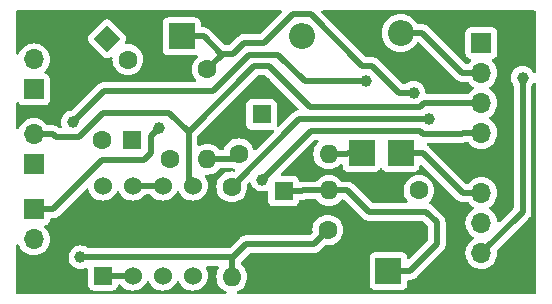
<source format=gtl>
G04 #@! TF.GenerationSoftware,KiCad,Pcbnew,7.0.10-7.0.10~ubuntu20.04.1*
G04 #@! TF.CreationDate,2024-06-13T14:37:24-03:00*
G04 #@! TF.ProjectId,Condicionamento_compacto_V01a,436f6e64-6963-4696-9f6e-616d656e746f,rev?*
G04 #@! TF.SameCoordinates,Original*
G04 #@! TF.FileFunction,Copper,L1,Top*
G04 #@! TF.FilePolarity,Positive*
%FSLAX46Y46*%
G04 Gerber Fmt 4.6, Leading zero omitted, Abs format (unit mm)*
G04 Created by KiCad (PCBNEW 7.0.10-7.0.10~ubuntu20.04.1) date 2024-06-13 14:37:24*
%MOMM*%
%LPD*%
G01*
G04 APERTURE LIST*
G04 Aperture macros list*
%AMRotRect*
0 Rectangle, with rotation*
0 The origin of the aperture is its center*
0 $1 length*
0 $2 width*
0 $3 Rotation angle, in degrees counterclockwise*
0 Add horizontal line*
21,1,$1,$2,0,0,$3*%
G04 Aperture macros list end*
G04 #@! TA.AperFunction,ComponentPad*
%ADD10R,1.700000X1.700000*%
G04 #@! TD*
G04 #@! TA.AperFunction,ComponentPad*
%ADD11O,1.700000X1.700000*%
G04 #@! TD*
G04 #@! TA.AperFunction,ComponentPad*
%ADD12R,1.600000X1.600000*%
G04 #@! TD*
G04 #@! TA.AperFunction,ComponentPad*
%ADD13C,1.600000*%
G04 #@! TD*
G04 #@! TA.AperFunction,ComponentPad*
%ADD14O,1.600000X1.600000*%
G04 #@! TD*
G04 #@! TA.AperFunction,ComponentPad*
%ADD15R,1.524000X1.524000*%
G04 #@! TD*
G04 #@! TA.AperFunction,ComponentPad*
%ADD16C,1.524000*%
G04 #@! TD*
G04 #@! TA.AperFunction,ComponentPad*
%ADD17R,2.200000X2.200000*%
G04 #@! TD*
G04 #@! TA.AperFunction,ComponentPad*
%ADD18O,2.200000X2.200000*%
G04 #@! TD*
G04 #@! TA.AperFunction,ComponentPad*
%ADD19RotRect,1.600000X1.600000X315.000000*%
G04 #@! TD*
G04 #@! TA.AperFunction,ViaPad*
%ADD20C,1.000000*%
G04 #@! TD*
G04 #@! TA.AperFunction,Conductor*
%ADD21C,0.500000*%
G04 #@! TD*
G04 APERTURE END LIST*
D10*
X124100000Y-98625000D03*
D11*
X124100000Y-96085000D03*
D12*
X132400000Y-96550000D03*
D13*
X129900000Y-96550000D03*
X135600000Y-98200000D03*
D14*
X135600000Y-90580000D03*
D10*
X124100000Y-102450000D03*
D11*
X124100000Y-104990000D03*
X124100000Y-107530000D03*
D13*
X156710000Y-100850000D03*
D14*
X149090000Y-100850000D03*
D10*
X124105000Y-92300000D03*
D11*
X124105000Y-89760000D03*
X124105000Y-87220000D03*
D15*
X129945100Y-108060000D03*
D16*
X132485100Y-108060000D03*
X135025100Y-108060000D03*
X137565100Y-108060000D03*
X137565100Y-100440000D03*
X135025100Y-100440000D03*
X132485100Y-100440000D03*
X129945100Y-100440000D03*
D17*
X154130000Y-107650000D03*
D18*
X143970000Y-107650000D03*
D12*
X143400000Y-94400000D03*
D13*
X143400000Y-91900000D03*
D17*
X151850000Y-97680000D03*
D18*
X151850000Y-87520000D03*
D12*
X145250000Y-100900000D03*
D13*
X145250000Y-103400000D03*
D17*
X136620000Y-87800000D03*
D18*
X146780000Y-87800000D03*
D13*
X140855100Y-100540000D03*
D14*
X140855100Y-108160000D03*
D13*
X141450000Y-97750000D03*
D14*
X149070000Y-97750000D03*
D13*
X138800000Y-90590000D03*
D14*
X138800000Y-98210000D03*
D10*
X162000000Y-88360000D03*
D11*
X162000000Y-90900000D03*
X162000000Y-93440000D03*
X162000000Y-95980000D03*
X162000000Y-98520000D03*
X162000000Y-101060000D03*
X162000000Y-103600000D03*
X162000000Y-106140000D03*
D19*
X130300000Y-88000000D03*
D13*
X132067767Y-89767767D03*
D17*
X155150000Y-97680000D03*
D18*
X155150000Y-87520000D03*
D13*
X148990000Y-104200000D03*
D14*
X156610000Y-104200000D03*
D20*
X157680500Y-91248700D03*
X128044600Y-106513500D03*
X134741600Y-95525700D03*
X156249200Y-92562600D03*
X157571800Y-94806800D03*
X143447900Y-99928100D03*
X127406000Y-95072600D03*
X152207600Y-91562200D03*
X165481300Y-91300000D03*
D21*
X155981900Y-107650000D02*
X158214800Y-105417100D01*
X152440000Y-102648100D02*
X150641900Y-100850000D01*
X146851900Y-100850000D02*
X149090000Y-100850000D01*
X158214800Y-103556200D02*
X157306700Y-102648100D01*
X146801900Y-100900000D02*
X146851900Y-100850000D01*
X149090000Y-100850000D02*
X150641900Y-100850000D01*
X157306700Y-102648100D02*
X152440000Y-102648100D01*
X155150000Y-87520000D02*
X157001900Y-87520000D01*
X158214800Y-105417100D02*
X158214800Y-103556200D01*
X162000000Y-90900000D02*
X160398100Y-90900000D01*
X145250000Y-100900000D02*
X146801900Y-100900000D01*
X160381900Y-90900000D02*
X160398100Y-90900000D01*
X154130000Y-107650000D02*
X155981900Y-107650000D01*
X157001900Y-87520000D02*
X160381900Y-90900000D01*
X147804500Y-107650000D02*
X150541900Y-104912600D01*
X155058100Y-104200000D02*
X150541900Y-104200000D01*
X150541900Y-104912600D02*
X150541900Y-104200000D01*
X125701900Y-107530000D02*
X125701900Y-107085700D01*
X146001900Y-102648100D02*
X145250000Y-103400000D01*
X149669000Y-102648100D02*
X146001900Y-102648100D01*
X143970000Y-107650000D02*
X147804500Y-107650000D01*
X155578700Y-91248700D02*
X151850000Y-87520000D01*
X156610000Y-104200000D02*
X155058100Y-104200000D01*
X150541900Y-104200000D02*
X150541900Y-103521000D01*
X135600000Y-90580000D02*
X134048100Y-90580000D01*
X125701900Y-107085700D02*
X129387600Y-103400000D01*
X157680500Y-91248700D02*
X155578700Y-91248700D01*
X150541900Y-103521000D02*
X149669000Y-102648100D01*
X124105000Y-87220000D02*
X125706900Y-87220000D01*
X134048100Y-90580000D02*
X133301600Y-91326500D01*
X129813400Y-91326500D02*
X125706900Y-87220000D01*
X129387600Y-103400000D02*
X145250000Y-103400000D01*
X133301600Y-91326500D02*
X129813400Y-91326500D01*
X124100000Y-107530000D02*
X125701900Y-107530000D01*
X128044600Y-106513500D02*
X140760500Y-106513500D01*
X142059400Y-105403800D02*
X147786200Y-105403800D01*
X147786200Y-105403800D02*
X148990000Y-104200000D01*
X140855100Y-108160000D02*
X140855100Y-106608100D01*
X140760500Y-106513500D02*
X140855100Y-106608100D01*
X140855100Y-106608100D02*
X142059400Y-105403800D01*
X133395600Y-98262000D02*
X129889900Y-98262000D01*
X129889900Y-98262000D02*
X125701900Y-102450000D01*
X129945100Y-108060000D02*
X132485100Y-108060000D01*
X134020700Y-97636900D02*
X133395600Y-98262000D01*
X134741600Y-95525700D02*
X134020700Y-96246600D01*
X134020700Y-96246600D02*
X134020700Y-97636900D01*
X124100000Y-102450000D02*
X125701900Y-102450000D01*
X140990000Y-98210000D02*
X141450000Y-97750000D01*
X138800000Y-98210000D02*
X140990000Y-98210000D01*
X135025100Y-100440000D02*
X132485100Y-100440000D01*
X149070000Y-97750000D02*
X150621900Y-97750000D01*
X151850000Y-97680000D02*
X150691900Y-97680000D01*
X150691900Y-97680000D02*
X150621900Y-97750000D01*
X140122200Y-89267800D02*
X140031000Y-89359000D01*
X140031000Y-89359000D02*
X138471900Y-87800000D01*
X143616800Y-88344300D02*
X141927100Y-88344300D01*
X152726300Y-90310300D02*
X152578000Y-90310300D01*
X156249200Y-92562600D02*
X154978600Y-92562600D01*
X160398100Y-101060000D02*
X157018100Y-97680000D01*
X138800000Y-90590000D02*
X140031000Y-89359000D01*
X136620000Y-87800000D02*
X138471900Y-87800000D01*
X152578000Y-90310300D02*
X152537400Y-90269700D01*
X141927100Y-88344300D02*
X141003600Y-89267800D01*
X157571800Y-94806800D02*
X157562100Y-94816500D01*
X154978600Y-92562600D02*
X152726300Y-90310300D01*
X141003600Y-89267800D02*
X140122200Y-89267800D01*
X151868600Y-90269700D02*
X147547000Y-85948100D01*
X146578600Y-94816500D02*
X140855100Y-100540000D01*
X152537400Y-90269700D02*
X151868600Y-90269700D01*
X147547000Y-85948100D02*
X146013000Y-85948100D01*
X157018100Y-97680000D02*
X155150000Y-97680000D01*
X157562100Y-94816500D02*
X146578600Y-94816500D01*
X146013000Y-85948100D02*
X143616800Y-88344300D01*
X162000000Y-101060000D02*
X160398100Y-101060000D01*
X147509300Y-93814600D02*
X144042800Y-90348100D01*
X137200000Y-95905400D02*
X135555300Y-94260700D01*
X144042800Y-90348100D02*
X142757300Y-90348100D01*
X127924600Y-96324500D02*
X125941400Y-96324500D01*
X162000000Y-93440000D02*
X160398100Y-93440000D01*
X135555300Y-94260700D02*
X129988400Y-94260700D01*
X137200000Y-100074900D02*
X137565100Y-100440000D01*
X129988400Y-94260700D02*
X127924600Y-96324500D01*
X125941400Y-96324500D02*
X125701900Y-96085000D01*
X156793500Y-93814600D02*
X147509300Y-93814600D01*
X142757300Y-90348100D02*
X137200000Y-95905400D01*
X157168100Y-93440000D02*
X156793500Y-93814600D01*
X137200000Y-95905400D02*
X137200000Y-100074900D01*
X124100000Y-96085000D02*
X125701900Y-96085000D01*
X160398100Y-93440000D02*
X157168100Y-93440000D01*
X156814500Y-95820000D02*
X157053200Y-96058700D01*
X162000000Y-95980000D02*
X160398100Y-95980000D01*
X160319400Y-96058700D02*
X160398100Y-95980000D01*
X143447900Y-99928100D02*
X147556000Y-95820000D01*
X147556000Y-95820000D02*
X156814500Y-95820000D01*
X157053200Y-96058700D02*
X160319400Y-96058700D01*
X162000000Y-106140000D02*
X165481300Y-102658700D01*
X152207600Y-91562200D02*
X147023200Y-91562200D01*
X139257200Y-92431300D02*
X130047300Y-92431300D01*
X142342300Y-89346200D02*
X139257200Y-92431300D01*
X144807200Y-89346200D02*
X142342300Y-89346200D01*
X147023200Y-91562200D02*
X144807200Y-89346200D01*
X165481300Y-102658700D02*
X165481300Y-91300000D01*
X130047300Y-92431300D02*
X127406000Y-95072600D01*
G04 #@! TA.AperFunction,Conductor*
G36*
X166548921Y-91725521D02*
G01*
X166591290Y-91781078D01*
X166599500Y-91825447D01*
X166599500Y-109475500D01*
X166579815Y-109542539D01*
X166527011Y-109588294D01*
X166475500Y-109599500D01*
X141404656Y-109599500D01*
X141337617Y-109579815D01*
X141291862Y-109527011D01*
X141281918Y-109457853D01*
X141310943Y-109394297D01*
X141352251Y-109363118D01*
X141507834Y-109290568D01*
X141694239Y-109160047D01*
X141855147Y-108999139D01*
X141985668Y-108812734D01*
X142081839Y-108606496D01*
X142140735Y-108386692D01*
X142160568Y-108160000D01*
X142140735Y-107933308D01*
X142081839Y-107713504D01*
X141985668Y-107507266D01*
X141875137Y-107349410D01*
X141855148Y-107320862D01*
X141798286Y-107264000D01*
X141694239Y-107159953D01*
X141689473Y-107156615D01*
X141658475Y-107134910D01*
X141614851Y-107080332D01*
X141605600Y-107033336D01*
X141605600Y-106970329D01*
X141625285Y-106903290D01*
X141641919Y-106882648D01*
X142333948Y-106190619D01*
X142395271Y-106157134D01*
X142421629Y-106154300D01*
X147722495Y-106154300D01*
X147740465Y-106155609D01*
X147764223Y-106159089D01*
X147813569Y-106154771D01*
X147824376Y-106154300D01*
X147829904Y-106154300D01*
X147829909Y-106154300D01*
X147860756Y-106150693D01*
X147864230Y-106150339D01*
X147938997Y-106143799D01*
X147939005Y-106143796D01*
X147946066Y-106142339D01*
X147946078Y-106142398D01*
X147953443Y-106140765D01*
X147953429Y-106140706D01*
X147960449Y-106139041D01*
X147960455Y-106139041D01*
X148030979Y-106113372D01*
X148034317Y-106112212D01*
X148105534Y-106088614D01*
X148105542Y-106088608D01*
X148112082Y-106085560D01*
X148112108Y-106085616D01*
X148118890Y-106082332D01*
X148118863Y-106082278D01*
X148125313Y-106079038D01*
X148125317Y-106079037D01*
X148188037Y-106037784D01*
X148190932Y-106035940D01*
X148254856Y-105996512D01*
X148254862Y-105996505D01*
X148260525Y-105992029D01*
X148260562Y-105992077D01*
X148266404Y-105987318D01*
X148266364Y-105987271D01*
X148271886Y-105982635D01*
X148271896Y-105982630D01*
X148323385Y-105928053D01*
X148325832Y-105925534D01*
X148724652Y-105526714D01*
X148785973Y-105493231D01*
X148823135Y-105490869D01*
X148966366Y-105503400D01*
X148989999Y-105505468D01*
X148990000Y-105505468D01*
X148990002Y-105505468D01*
X149046673Y-105500509D01*
X149216692Y-105485635D01*
X149436496Y-105426739D01*
X149642734Y-105330568D01*
X149829139Y-105200047D01*
X149990047Y-105039139D01*
X150120568Y-104852734D01*
X150216739Y-104646496D01*
X150275635Y-104426692D01*
X150295468Y-104200000D01*
X150275635Y-103973308D01*
X150216739Y-103753504D01*
X150120568Y-103547266D01*
X149992662Y-103364596D01*
X149990045Y-103360858D01*
X149829141Y-103199954D01*
X149642734Y-103069432D01*
X149642732Y-103069431D01*
X149436497Y-102973261D01*
X149436488Y-102973258D01*
X149216697Y-102914366D01*
X149216693Y-102914365D01*
X149216692Y-102914365D01*
X149216691Y-102914364D01*
X149216686Y-102914364D01*
X148990002Y-102894532D01*
X148989998Y-102894532D01*
X148763313Y-102914364D01*
X148763302Y-102914366D01*
X148543511Y-102973258D01*
X148543502Y-102973261D01*
X148337267Y-103069431D01*
X148337265Y-103069432D01*
X148150858Y-103199954D01*
X147989954Y-103360858D01*
X147859432Y-103547265D01*
X147859431Y-103547267D01*
X147763261Y-103753502D01*
X147763258Y-103753511D01*
X147704366Y-103973302D01*
X147704364Y-103973313D01*
X147684532Y-104199998D01*
X147684532Y-104200003D01*
X147699129Y-104366861D01*
X147685362Y-104435360D01*
X147663282Y-104465348D01*
X147511649Y-104616982D01*
X147450329Y-104650466D01*
X147423970Y-104653300D01*
X142123105Y-104653300D01*
X142105135Y-104651991D01*
X142081372Y-104648510D01*
X142035042Y-104652564D01*
X142032032Y-104652828D01*
X142021226Y-104653300D01*
X142015684Y-104653300D01*
X141984884Y-104656900D01*
X141981299Y-104657266D01*
X141906600Y-104663801D01*
X141899533Y-104665261D01*
X141899521Y-104665204D01*
X141892154Y-104666838D01*
X141892168Y-104666894D01*
X141885145Y-104668558D01*
X141814670Y-104694207D01*
X141811270Y-104695389D01*
X141740066Y-104718985D01*
X141733519Y-104722038D01*
X141733494Y-104721986D01*
X141726714Y-104725268D01*
X141726740Y-104725320D01*
X141720282Y-104728563D01*
X141657635Y-104769766D01*
X141654599Y-104771700D01*
X141590746Y-104811087D01*
X141585077Y-104815570D01*
X141585041Y-104815524D01*
X141579198Y-104820284D01*
X141579235Y-104820328D01*
X141573710Y-104824964D01*
X141573704Y-104824969D01*
X141573704Y-104824970D01*
X141547510Y-104852734D01*
X141522232Y-104879526D01*
X141519720Y-104882111D01*
X140675151Y-105726681D01*
X140613828Y-105760166D01*
X140587470Y-105763000D01*
X128751578Y-105763000D01*
X128684539Y-105743315D01*
X128672913Y-105734853D01*
X128603139Y-105677590D01*
X128603132Y-105677586D01*
X128429333Y-105584688D01*
X128429327Y-105584686D01*
X128240732Y-105527476D01*
X128240729Y-105527475D01*
X128044600Y-105508159D01*
X127848470Y-105527475D01*
X127659866Y-105584688D01*
X127486067Y-105677586D01*
X127486060Y-105677590D01*
X127333716Y-105802616D01*
X127208690Y-105954960D01*
X127208686Y-105954967D01*
X127115788Y-106128766D01*
X127058575Y-106317370D01*
X127039259Y-106513500D01*
X127058575Y-106709629D01*
X127115788Y-106898233D01*
X127208686Y-107072032D01*
X127208690Y-107072039D01*
X127333716Y-107224383D01*
X127486060Y-107349409D01*
X127486067Y-107349413D01*
X127659866Y-107442311D01*
X127659869Y-107442311D01*
X127659873Y-107442314D01*
X127848468Y-107499524D01*
X128044600Y-107518841D01*
X128240732Y-107499524D01*
X128429327Y-107442314D01*
X128500147Y-107404459D01*
X128568549Y-107390218D01*
X128633793Y-107415218D01*
X128675164Y-107471522D01*
X128682600Y-107513818D01*
X128682600Y-108869870D01*
X128682601Y-108869876D01*
X128689008Y-108929483D01*
X128739302Y-109064328D01*
X128739306Y-109064335D01*
X128825552Y-109179544D01*
X128825555Y-109179547D01*
X128940764Y-109265793D01*
X128940771Y-109265797D01*
X129075617Y-109316091D01*
X129075616Y-109316091D01*
X129082544Y-109316835D01*
X129135227Y-109322500D01*
X130754972Y-109322499D01*
X130814583Y-109316091D01*
X130949431Y-109265796D01*
X131064646Y-109179546D01*
X131150896Y-109064331D01*
X131201191Y-108929483D01*
X131202077Y-108921244D01*
X131228815Y-108856693D01*
X131286208Y-108816845D01*
X131325366Y-108810500D01*
X131404826Y-108810500D01*
X131471865Y-108830185D01*
X131506400Y-108863376D01*
X131514271Y-108874617D01*
X131514273Y-108874619D01*
X131514274Y-108874620D01*
X131670480Y-109030826D01*
X131670483Y-109030828D01*
X131670484Y-109030829D01*
X131851433Y-109157531D01*
X131851435Y-109157532D01*
X131851438Y-109157534D01*
X132051650Y-109250894D01*
X132265032Y-109308070D01*
X132422223Y-109321822D01*
X132485098Y-109327323D01*
X132485100Y-109327323D01*
X132485102Y-109327323D01*
X132540251Y-109322498D01*
X132705168Y-109308070D01*
X132918550Y-109250894D01*
X133118762Y-109157534D01*
X133299720Y-109030826D01*
X133455926Y-108874620D01*
X133582634Y-108693662D01*
X133642718Y-108564811D01*
X133688890Y-108512371D01*
X133756083Y-108493219D01*
X133822965Y-108513435D01*
X133867482Y-108564811D01*
X133927564Y-108693658D01*
X133927568Y-108693666D01*
X134054270Y-108874615D01*
X134054275Y-108874621D01*
X134210478Y-109030824D01*
X134210484Y-109030829D01*
X134391433Y-109157531D01*
X134391435Y-109157532D01*
X134391438Y-109157534D01*
X134591650Y-109250894D01*
X134805032Y-109308070D01*
X134962223Y-109321822D01*
X135025098Y-109327323D01*
X135025100Y-109327323D01*
X135025102Y-109327323D01*
X135080251Y-109322498D01*
X135245168Y-109308070D01*
X135458550Y-109250894D01*
X135658762Y-109157534D01*
X135839720Y-109030826D01*
X135995926Y-108874620D01*
X136122634Y-108693662D01*
X136182718Y-108564811D01*
X136228890Y-108512371D01*
X136296083Y-108493219D01*
X136362965Y-108513435D01*
X136407482Y-108564811D01*
X136467564Y-108693658D01*
X136467568Y-108693666D01*
X136594270Y-108874615D01*
X136594275Y-108874621D01*
X136750478Y-109030824D01*
X136750484Y-109030829D01*
X136931433Y-109157531D01*
X136931435Y-109157532D01*
X136931438Y-109157534D01*
X137131650Y-109250894D01*
X137345032Y-109308070D01*
X137502223Y-109321822D01*
X137565098Y-109327323D01*
X137565100Y-109327323D01*
X137565102Y-109327323D01*
X137620251Y-109322498D01*
X137785168Y-109308070D01*
X137998550Y-109250894D01*
X138198762Y-109157534D01*
X138379720Y-109030826D01*
X138535926Y-108874620D01*
X138662634Y-108693662D01*
X138755994Y-108493450D01*
X138813170Y-108280068D01*
X138832423Y-108060000D01*
X138813170Y-107839932D01*
X138755994Y-107626550D01*
X138669192Y-107440404D01*
X138658701Y-107371327D01*
X138687221Y-107307543D01*
X138745697Y-107269304D01*
X138781575Y-107264000D01*
X139656667Y-107264000D01*
X139723706Y-107283685D01*
X139769461Y-107336489D01*
X139779405Y-107405647D01*
X139758242Y-107459123D01*
X139724532Y-107507265D01*
X139724531Y-107507267D01*
X139628361Y-107713502D01*
X139628358Y-107713511D01*
X139569466Y-107933302D01*
X139569464Y-107933313D01*
X139549632Y-108159998D01*
X139549632Y-108160001D01*
X139569464Y-108386686D01*
X139569466Y-108386697D01*
X139628358Y-108606488D01*
X139628361Y-108606497D01*
X139724531Y-108812732D01*
X139724532Y-108812734D01*
X139855054Y-108999141D01*
X140015958Y-109160045D01*
X140015961Y-109160047D01*
X140202366Y-109290568D01*
X140281187Y-109327323D01*
X140357949Y-109363118D01*
X140410388Y-109409291D01*
X140429540Y-109476484D01*
X140409324Y-109543365D01*
X140356159Y-109588700D01*
X140305544Y-109599500D01*
X122724500Y-109599500D01*
X122657461Y-109579815D01*
X122611706Y-109527011D01*
X122600500Y-109475500D01*
X122600500Y-105529196D01*
X122620185Y-105462157D01*
X122672989Y-105416402D01*
X122742147Y-105406458D01*
X122805703Y-105435483D01*
X122836881Y-105476790D01*
X122850254Y-105505468D01*
X122925965Y-105667830D01*
X122925967Y-105667834D01*
X122972895Y-105734853D01*
X123061505Y-105861401D01*
X123228599Y-106028495D01*
X123305409Y-106082278D01*
X123422165Y-106164032D01*
X123422167Y-106164033D01*
X123422170Y-106164035D01*
X123636337Y-106263903D01*
X123864592Y-106325063D01*
X124052918Y-106341539D01*
X124099999Y-106345659D01*
X124100000Y-106345659D01*
X124100001Y-106345659D01*
X124139234Y-106342226D01*
X124335408Y-106325063D01*
X124563663Y-106263903D01*
X124777830Y-106164035D01*
X124971401Y-106028495D01*
X125138495Y-105861401D01*
X125274035Y-105667830D01*
X125373903Y-105453663D01*
X125435063Y-105225408D01*
X125455659Y-104990000D01*
X125435063Y-104754592D01*
X125386888Y-104574799D01*
X125373905Y-104526344D01*
X125373904Y-104526343D01*
X125373903Y-104526337D01*
X125274035Y-104312171D01*
X125249989Y-104277830D01*
X125138496Y-104118600D01*
X125083551Y-104063655D01*
X125016567Y-103996671D01*
X124983084Y-103935351D01*
X124988068Y-103865659D01*
X125029939Y-103809725D01*
X125060915Y-103792810D01*
X125192331Y-103743796D01*
X125307546Y-103657546D01*
X125393796Y-103542331D01*
X125444091Y-103407483D01*
X125450500Y-103347873D01*
X125450500Y-103324500D01*
X125470185Y-103257461D01*
X125522989Y-103211706D01*
X125574500Y-103200500D01*
X125638195Y-103200500D01*
X125656165Y-103201809D01*
X125679923Y-103205289D01*
X125729269Y-103200971D01*
X125740076Y-103200500D01*
X125745604Y-103200500D01*
X125745609Y-103200500D01*
X125776456Y-103196893D01*
X125779930Y-103196539D01*
X125854697Y-103189999D01*
X125854705Y-103189996D01*
X125861766Y-103188539D01*
X125861778Y-103188598D01*
X125869143Y-103186965D01*
X125869129Y-103186906D01*
X125876149Y-103185241D01*
X125876155Y-103185241D01*
X125946679Y-103159572D01*
X125950017Y-103158412D01*
X126021234Y-103134814D01*
X126021242Y-103134808D01*
X126027782Y-103131760D01*
X126027808Y-103131816D01*
X126034590Y-103128532D01*
X126034563Y-103128478D01*
X126041013Y-103125238D01*
X126041017Y-103125237D01*
X126103737Y-103083984D01*
X126106632Y-103082140D01*
X126170556Y-103042712D01*
X126170562Y-103042705D01*
X126176225Y-103038229D01*
X126176262Y-103038277D01*
X126182104Y-103033518D01*
X126182064Y-103033471D01*
X126187586Y-103028835D01*
X126187596Y-103028830D01*
X126239085Y-102974253D01*
X126241532Y-102971734D01*
X128514768Y-100698498D01*
X128576089Y-100665015D01*
X128645781Y-100669999D01*
X128701714Y-100711871D01*
X128722222Y-100754087D01*
X128754204Y-100873444D01*
X128754205Y-100873446D01*
X128754206Y-100873450D01*
X128807927Y-100988655D01*
X128847566Y-101073662D01*
X128847568Y-101073666D01*
X128974270Y-101254615D01*
X128974275Y-101254621D01*
X129130478Y-101410824D01*
X129130484Y-101410829D01*
X129311433Y-101537531D01*
X129311435Y-101537532D01*
X129311438Y-101537534D01*
X129511650Y-101630894D01*
X129725032Y-101688070D01*
X129853635Y-101699321D01*
X129945098Y-101707323D01*
X129945100Y-101707323D01*
X129945102Y-101707323D01*
X130000117Y-101702509D01*
X130165168Y-101688070D01*
X130378550Y-101630894D01*
X130578762Y-101537534D01*
X130759720Y-101410826D01*
X130915926Y-101254620D01*
X131042634Y-101073662D01*
X131102718Y-100944811D01*
X131148890Y-100892371D01*
X131216083Y-100873219D01*
X131282965Y-100893435D01*
X131327482Y-100944811D01*
X131387564Y-101073658D01*
X131387568Y-101073666D01*
X131514270Y-101254615D01*
X131514275Y-101254621D01*
X131670478Y-101410824D01*
X131670484Y-101410829D01*
X131851433Y-101537531D01*
X131851435Y-101537532D01*
X131851438Y-101537534D01*
X132051650Y-101630894D01*
X132265032Y-101688070D01*
X132393635Y-101699321D01*
X132485098Y-101707323D01*
X132485100Y-101707323D01*
X132485102Y-101707323D01*
X132540117Y-101702509D01*
X132705168Y-101688070D01*
X132918550Y-101630894D01*
X133118762Y-101537534D01*
X133299720Y-101410826D01*
X133455926Y-101254620D01*
X133456703Y-101253509D01*
X133463800Y-101243376D01*
X133518377Y-101199751D01*
X133565374Y-101190500D01*
X133944826Y-101190500D01*
X134011865Y-101210185D01*
X134046400Y-101243376D01*
X134054271Y-101254617D01*
X134054273Y-101254619D01*
X134054274Y-101254620D01*
X134210480Y-101410826D01*
X134210483Y-101410828D01*
X134210484Y-101410829D01*
X134391433Y-101537531D01*
X134391435Y-101537532D01*
X134391438Y-101537534D01*
X134591650Y-101630894D01*
X134805032Y-101688070D01*
X134933635Y-101699321D01*
X135025098Y-101707323D01*
X135025100Y-101707323D01*
X135025102Y-101707323D01*
X135080117Y-101702509D01*
X135245168Y-101688070D01*
X135458550Y-101630894D01*
X135658762Y-101537534D01*
X135839720Y-101410826D01*
X135995926Y-101254620D01*
X136122634Y-101073662D01*
X136182718Y-100944811D01*
X136228890Y-100892371D01*
X136296083Y-100873219D01*
X136362965Y-100893435D01*
X136407482Y-100944811D01*
X136467564Y-101073658D01*
X136467568Y-101073666D01*
X136594270Y-101254615D01*
X136594275Y-101254621D01*
X136750478Y-101410824D01*
X136750484Y-101410829D01*
X136931433Y-101537531D01*
X136931435Y-101537532D01*
X136931438Y-101537534D01*
X137131650Y-101630894D01*
X137345032Y-101688070D01*
X137473635Y-101699321D01*
X137565098Y-101707323D01*
X137565100Y-101707323D01*
X137565102Y-101707323D01*
X137620117Y-101702509D01*
X137785168Y-101688070D01*
X137998550Y-101630894D01*
X138198762Y-101537534D01*
X138379720Y-101410826D01*
X138535926Y-101254620D01*
X138662634Y-101073662D01*
X138755994Y-100873450D01*
X138813170Y-100660068D01*
X138832423Y-100440000D01*
X138813170Y-100219932D01*
X138755994Y-100006550D01*
X138662634Y-99806339D01*
X138589232Y-99701510D01*
X138566906Y-99635305D01*
X138583916Y-99567538D01*
X138634865Y-99519725D01*
X138701614Y-99506860D01*
X138785512Y-99514200D01*
X138799999Y-99515468D01*
X138800000Y-99515468D01*
X138800002Y-99515468D01*
X138856673Y-99510509D01*
X139026692Y-99495635D01*
X139246496Y-99436739D01*
X139452734Y-99340568D01*
X139639139Y-99210047D01*
X139800047Y-99049139D01*
X139818820Y-99022328D01*
X139825088Y-99013377D01*
X139879665Y-98969752D01*
X139926663Y-98960500D01*
X140926293Y-98960500D01*
X140944263Y-98961809D01*
X140965982Y-98964990D01*
X141000418Y-98975300D01*
X141003504Y-98976739D01*
X141003509Y-98976740D01*
X141003511Y-98976741D01*
X141074834Y-98995852D01*
X141134495Y-99032217D01*
X141165024Y-99095064D01*
X141156729Y-99164439D01*
X141130422Y-99203308D01*
X141120448Y-99213282D01*
X141059125Y-99246767D01*
X141021961Y-99249129D01*
X140855103Y-99234532D01*
X140855098Y-99234532D01*
X140628413Y-99254364D01*
X140628402Y-99254366D01*
X140408611Y-99313258D01*
X140408602Y-99313261D01*
X140202367Y-99409431D01*
X140202365Y-99409432D01*
X140015958Y-99539954D01*
X139855054Y-99700858D01*
X139724532Y-99887265D01*
X139724531Y-99887267D01*
X139628361Y-100093502D01*
X139628358Y-100093511D01*
X139569466Y-100313302D01*
X139569464Y-100313313D01*
X139549632Y-100539998D01*
X139549632Y-100540001D01*
X139569464Y-100766686D01*
X139569466Y-100766697D01*
X139628358Y-100986488D01*
X139628361Y-100986497D01*
X139724531Y-101192732D01*
X139724532Y-101192734D01*
X139855054Y-101379141D01*
X140015958Y-101540045D01*
X140062793Y-101572839D01*
X140202366Y-101670568D01*
X140408604Y-101766739D01*
X140408609Y-101766740D01*
X140408611Y-101766741D01*
X140430425Y-101772586D01*
X140628408Y-101825635D01*
X140790330Y-101839801D01*
X140855098Y-101845468D01*
X140855100Y-101845468D01*
X140855102Y-101845468D01*
X140911773Y-101840509D01*
X141081792Y-101825635D01*
X141301596Y-101766739D01*
X141507834Y-101670568D01*
X141694239Y-101540047D01*
X141855147Y-101379139D01*
X141985668Y-101192734D01*
X142081839Y-100986496D01*
X142140735Y-100766692D01*
X142160568Y-100540000D01*
X142145969Y-100373137D01*
X142159735Y-100304639D01*
X142181813Y-100274653D01*
X142285417Y-100171049D01*
X142346738Y-100137566D01*
X142416430Y-100142550D01*
X142472363Y-100184422D01*
X142491756Y-100222736D01*
X142519086Y-100312828D01*
X142611986Y-100486632D01*
X142611990Y-100486639D01*
X142737016Y-100638983D01*
X142889360Y-100764009D01*
X142889367Y-100764013D01*
X143063166Y-100856911D01*
X143063169Y-100856911D01*
X143063173Y-100856914D01*
X143251768Y-100914124D01*
X143447900Y-100933441D01*
X143644032Y-100914124D01*
X143789505Y-100869994D01*
X143859371Y-100869371D01*
X143918484Y-100906619D01*
X143948075Y-100969912D01*
X143949500Y-100988655D01*
X143949500Y-101747870D01*
X143949501Y-101747876D01*
X143955908Y-101807483D01*
X144006202Y-101942328D01*
X144006206Y-101942335D01*
X144092452Y-102057544D01*
X144092455Y-102057547D01*
X144207664Y-102143793D01*
X144207671Y-102143797D01*
X144342517Y-102194091D01*
X144342516Y-102194091D01*
X144349444Y-102194835D01*
X144402127Y-102200500D01*
X146097872Y-102200499D01*
X146157483Y-102194091D01*
X146292331Y-102143796D01*
X146407546Y-102057546D01*
X146493796Y-101942331D01*
X146544091Y-101807483D01*
X146549062Y-101761242D01*
X146575799Y-101696694D01*
X146633191Y-101656846D01*
X146672351Y-101650500D01*
X146738195Y-101650500D01*
X146756165Y-101651809D01*
X146779923Y-101655289D01*
X146829269Y-101650971D01*
X146840076Y-101650500D01*
X146845604Y-101650500D01*
X146845609Y-101650500D01*
X146876456Y-101646893D01*
X146879930Y-101646539D01*
X146954697Y-101639999D01*
X146954705Y-101639996D01*
X146961766Y-101638539D01*
X146961778Y-101638598D01*
X146969143Y-101636965D01*
X146969129Y-101636906D01*
X146976149Y-101635241D01*
X146976155Y-101635241D01*
X147046657Y-101609580D01*
X147050028Y-101608409D01*
X147054912Y-101606791D01*
X147093907Y-101600500D01*
X147963337Y-101600500D01*
X148030376Y-101620185D01*
X148064912Y-101653377D01*
X148089954Y-101689141D01*
X148250858Y-101850045D01*
X148250861Y-101850047D01*
X148437266Y-101980568D01*
X148643504Y-102076739D01*
X148863308Y-102135635D01*
X149014082Y-102148826D01*
X149089998Y-102155468D01*
X149090000Y-102155468D01*
X149090002Y-102155468D01*
X149165918Y-102148826D01*
X149316692Y-102135635D01*
X149536496Y-102076739D01*
X149742734Y-101980568D01*
X149929139Y-101850047D01*
X150090047Y-101689139D01*
X150113749Y-101655289D01*
X150115088Y-101653377D01*
X150169665Y-101609752D01*
X150216663Y-101600500D01*
X150279670Y-101600500D01*
X150346709Y-101620185D01*
X150367351Y-101636819D01*
X151864267Y-103133734D01*
X151876048Y-103147366D01*
X151890390Y-103166630D01*
X151928343Y-103198476D01*
X151936319Y-103205786D01*
X151940219Y-103209687D01*
X151964544Y-103228921D01*
X151967340Y-103231199D01*
X151974093Y-103236865D01*
X152024786Y-103279402D01*
X152024794Y-103279406D01*
X152030824Y-103283373D01*
X152030790Y-103283423D01*
X152037137Y-103287466D01*
X152037169Y-103287416D01*
X152043321Y-103291210D01*
X152111294Y-103322906D01*
X152114510Y-103324462D01*
X152181567Y-103358140D01*
X152181576Y-103358142D01*
X152188355Y-103360610D01*
X152188334Y-103360667D01*
X152195451Y-103363140D01*
X152195470Y-103363084D01*
X152202324Y-103365355D01*
X152202325Y-103365355D01*
X152202327Y-103365356D01*
X152275848Y-103380536D01*
X152279209Y-103381281D01*
X152352279Y-103398600D01*
X152352285Y-103398600D01*
X152359452Y-103399438D01*
X152359445Y-103399497D01*
X152366946Y-103400263D01*
X152366952Y-103400204D01*
X152374141Y-103400833D01*
X152374143Y-103400832D01*
X152374144Y-103400833D01*
X152449111Y-103398652D01*
X152452717Y-103398600D01*
X156944470Y-103398600D01*
X157011509Y-103418285D01*
X157032151Y-103434919D01*
X157427981Y-103830748D01*
X157461466Y-103892071D01*
X157464300Y-103918429D01*
X157464300Y-105054869D01*
X157444615Y-105121908D01*
X157427981Y-105142550D01*
X155942180Y-106628351D01*
X155880857Y-106661836D01*
X155811165Y-106656852D01*
X155755232Y-106614980D01*
X155730815Y-106549516D01*
X155730499Y-106540670D01*
X155730499Y-106502129D01*
X155730498Y-106502123D01*
X155730497Y-106502116D01*
X155724091Y-106442517D01*
X155687965Y-106345659D01*
X155673797Y-106307671D01*
X155673793Y-106307664D01*
X155587547Y-106192455D01*
X155587544Y-106192452D01*
X155472335Y-106106206D01*
X155472328Y-106106202D01*
X155337482Y-106055908D01*
X155337483Y-106055908D01*
X155277883Y-106049501D01*
X155277881Y-106049500D01*
X155277873Y-106049500D01*
X155277864Y-106049500D01*
X152982129Y-106049500D01*
X152982123Y-106049501D01*
X152922516Y-106055908D01*
X152787671Y-106106202D01*
X152787664Y-106106206D01*
X152672455Y-106192452D01*
X152672452Y-106192455D01*
X152586206Y-106307664D01*
X152586202Y-106307671D01*
X152535908Y-106442517D01*
X152529501Y-106502116D01*
X152529501Y-106502123D01*
X152529500Y-106502135D01*
X152529500Y-108797870D01*
X152529501Y-108797876D01*
X152535908Y-108857483D01*
X152586202Y-108992328D01*
X152586206Y-108992335D01*
X152672452Y-109107544D01*
X152672455Y-109107547D01*
X152787664Y-109193793D01*
X152787671Y-109193797D01*
X152922517Y-109244091D01*
X152922516Y-109244091D01*
X152929444Y-109244835D01*
X152982127Y-109250500D01*
X155277872Y-109250499D01*
X155337483Y-109244091D01*
X155472331Y-109193796D01*
X155587546Y-109107546D01*
X155673796Y-108992331D01*
X155724091Y-108857483D01*
X155730500Y-108797873D01*
X155730500Y-108524500D01*
X155750185Y-108457461D01*
X155802989Y-108411706D01*
X155854500Y-108400500D01*
X155918195Y-108400500D01*
X155936165Y-108401809D01*
X155959923Y-108405289D01*
X156009269Y-108400971D01*
X156020076Y-108400500D01*
X156025604Y-108400500D01*
X156025609Y-108400500D01*
X156056456Y-108396893D01*
X156059930Y-108396539D01*
X156134697Y-108389999D01*
X156134705Y-108389996D01*
X156141766Y-108388539D01*
X156141778Y-108388598D01*
X156149143Y-108386965D01*
X156149129Y-108386906D01*
X156156149Y-108385241D01*
X156156155Y-108385241D01*
X156226679Y-108359572D01*
X156230017Y-108358412D01*
X156301234Y-108334814D01*
X156301242Y-108334808D01*
X156307782Y-108331760D01*
X156307808Y-108331816D01*
X156314590Y-108328532D01*
X156314563Y-108328478D01*
X156321013Y-108325238D01*
X156321017Y-108325237D01*
X156383737Y-108283984D01*
X156386632Y-108282140D01*
X156450556Y-108242712D01*
X156450562Y-108242705D01*
X156456225Y-108238229D01*
X156456262Y-108238277D01*
X156462104Y-108233518D01*
X156462064Y-108233471D01*
X156467586Y-108228835D01*
X156467596Y-108228830D01*
X156519085Y-108174253D01*
X156521532Y-108171734D01*
X158700438Y-105992827D01*
X158714067Y-105981050D01*
X158733330Y-105966710D01*
X158765166Y-105928769D01*
X158772483Y-105920784D01*
X158773792Y-105919474D01*
X158776390Y-105916877D01*
X158795659Y-105892504D01*
X158797820Y-105889851D01*
X158846102Y-105832314D01*
X158846108Y-105832301D01*
X158850072Y-105826276D01*
X158850124Y-105826310D01*
X158854171Y-105819958D01*
X158854117Y-105819925D01*
X158857906Y-105813781D01*
X158857910Y-105813777D01*
X158889619Y-105745774D01*
X158891148Y-105742616D01*
X158924840Y-105675533D01*
X158924843Y-105675517D01*
X158927310Y-105668744D01*
X158927368Y-105668765D01*
X158929843Y-105661646D01*
X158929785Y-105661627D01*
X158932055Y-105654777D01*
X158932056Y-105654773D01*
X158947231Y-105581271D01*
X158947986Y-105577867D01*
X158965300Y-105504821D01*
X158965300Y-105504819D01*
X158965301Y-105504815D01*
X158966139Y-105497648D01*
X158966197Y-105497654D01*
X158966964Y-105490156D01*
X158966904Y-105490151D01*
X158967533Y-105482960D01*
X158966680Y-105453655D01*
X158965352Y-105407989D01*
X158965300Y-105404383D01*
X158965300Y-103619905D01*
X158966609Y-103601935D01*
X158970089Y-103578174D01*
X158965772Y-103528835D01*
X158965300Y-103518026D01*
X158965300Y-103512496D01*
X158965300Y-103512491D01*
X158961698Y-103481678D01*
X158961334Y-103478115D01*
X158954798Y-103403402D01*
X158954795Y-103403395D01*
X158953338Y-103396333D01*
X158953397Y-103396320D01*
X158951767Y-103388964D01*
X158951708Y-103388979D01*
X158950041Y-103381947D01*
X158950041Y-103381945D01*
X158924363Y-103311396D01*
X158923224Y-103308118D01*
X158899614Y-103236865D01*
X158899613Y-103236863D01*
X158896563Y-103230321D01*
X158896617Y-103230295D01*
X158893333Y-103223512D01*
X158893280Y-103223540D01*
X158890038Y-103217085D01*
X158886500Y-103211706D01*
X158848826Y-103154425D01*
X158846907Y-103151412D01*
X158807514Y-103087547D01*
X158803034Y-103081881D01*
X158803080Y-103081843D01*
X158798319Y-103075999D01*
X158798274Y-103076038D01*
X158793631Y-103070505D01*
X158739090Y-103019048D01*
X158736503Y-103016535D01*
X157882429Y-102162461D01*
X157870649Y-102148830D01*
X157856310Y-102129570D01*
X157818351Y-102097719D01*
X157810386Y-102090418D01*
X157806480Y-102086511D01*
X157782143Y-102067268D01*
X157779347Y-102064990D01*
X157721914Y-102016798D01*
X157715880Y-102012829D01*
X157715912Y-102012780D01*
X157709553Y-102008728D01*
X157709522Y-102008779D01*
X157703380Y-102004991D01*
X157703378Y-102004990D01*
X157703377Y-102004989D01*
X157653017Y-101981505D01*
X157600579Y-101935333D01*
X157581428Y-101868139D01*
X157601644Y-101801258D01*
X157617738Y-101781447D01*
X157710047Y-101689139D01*
X157840568Y-101502734D01*
X157936739Y-101296496D01*
X157995635Y-101076692D01*
X158015468Y-100850000D01*
X158013245Y-100824596D01*
X157998851Y-100660068D01*
X157995635Y-100623308D01*
X157936739Y-100403504D01*
X157840568Y-100197266D01*
X157710047Y-100010861D01*
X157710045Y-100010858D01*
X157549141Y-99849954D01*
X157362734Y-99719432D01*
X157362732Y-99719431D01*
X157156497Y-99623261D01*
X157156488Y-99623258D01*
X156936697Y-99564366D01*
X156936693Y-99564365D01*
X156936692Y-99564365D01*
X156936691Y-99564364D01*
X156936686Y-99564364D01*
X156710002Y-99544532D01*
X156709998Y-99544532D01*
X156483313Y-99564364D01*
X156483302Y-99564366D01*
X156263511Y-99623258D01*
X156263502Y-99623261D01*
X156057267Y-99719431D01*
X156057265Y-99719432D01*
X155870858Y-99849954D01*
X155709954Y-100010858D01*
X155579432Y-100197265D01*
X155579431Y-100197267D01*
X155483261Y-100403502D01*
X155483258Y-100403511D01*
X155424366Y-100623302D01*
X155424364Y-100623313D01*
X155404532Y-100849998D01*
X155404532Y-100850001D01*
X155424364Y-101076686D01*
X155424366Y-101076697D01*
X155483258Y-101296488D01*
X155483261Y-101296497D01*
X155579431Y-101502732D01*
X155579432Y-101502734D01*
X155709956Y-101689144D01*
X155713434Y-101693289D01*
X155711597Y-101694829D01*
X155740217Y-101747242D01*
X155735233Y-101816934D01*
X155693361Y-101872867D01*
X155627897Y-101897284D01*
X155619051Y-101897600D01*
X152802229Y-101897600D01*
X152735190Y-101877915D01*
X152714548Y-101861281D01*
X151217629Y-100364361D01*
X151205849Y-100350730D01*
X151191510Y-100331470D01*
X151153551Y-100299619D01*
X151145586Y-100292318D01*
X151141680Y-100288411D01*
X151117343Y-100269168D01*
X151114547Y-100266890D01*
X151057114Y-100218698D01*
X151051080Y-100214729D01*
X151051112Y-100214680D01*
X151044753Y-100210628D01*
X151044722Y-100210679D01*
X151038580Y-100206891D01*
X151038578Y-100206890D01*
X151038577Y-100206889D01*
X150970588Y-100175184D01*
X150967347Y-100173615D01*
X150936430Y-100158088D01*
X150900333Y-100139960D01*
X150900331Y-100139959D01*
X150900330Y-100139959D01*
X150893545Y-100137489D01*
X150893565Y-100137433D01*
X150886449Y-100134959D01*
X150886431Y-100135015D01*
X150879574Y-100132743D01*
X150806110Y-100117573D01*
X150802593Y-100116793D01*
X150729618Y-100099499D01*
X150722447Y-100098661D01*
X150722453Y-100098601D01*
X150714955Y-100097835D01*
X150714950Y-100097895D01*
X150707760Y-100097265D01*
X150632770Y-100099448D01*
X150629163Y-100099500D01*
X150216663Y-100099500D01*
X150149624Y-100079815D01*
X150115088Y-100046623D01*
X150090045Y-100010858D01*
X149929141Y-99849954D01*
X149742734Y-99719432D01*
X149742732Y-99719431D01*
X149536497Y-99623261D01*
X149536488Y-99623258D01*
X149316697Y-99564366D01*
X149316693Y-99564365D01*
X149316692Y-99564365D01*
X149316691Y-99564364D01*
X149316686Y-99564364D01*
X149090002Y-99544532D01*
X149089998Y-99544532D01*
X148863313Y-99564364D01*
X148863302Y-99564366D01*
X148643511Y-99623258D01*
X148643502Y-99623261D01*
X148437267Y-99719431D01*
X148437265Y-99719432D01*
X148250858Y-99849954D01*
X148089954Y-100010858D01*
X148064912Y-100046623D01*
X148010335Y-100090248D01*
X147963337Y-100099500D01*
X146915605Y-100099500D01*
X146897635Y-100098191D01*
X146873872Y-100094710D01*
X146828726Y-100098661D01*
X146824530Y-100099028D01*
X146813724Y-100099500D01*
X146808184Y-100099500D01*
X146777401Y-100103098D01*
X146773816Y-100103464D01*
X146699107Y-100110000D01*
X146693572Y-100111143D01*
X146623937Y-100105418D01*
X146568452Y-100062954D01*
X146545213Y-100002954D01*
X146544091Y-99992516D01*
X146493797Y-99857671D01*
X146493793Y-99857664D01*
X146407547Y-99742455D01*
X146407544Y-99742452D01*
X146292335Y-99656206D01*
X146292328Y-99656202D01*
X146157482Y-99605908D01*
X146157483Y-99605908D01*
X146097883Y-99599501D01*
X146097881Y-99599500D01*
X146097873Y-99599500D01*
X146097865Y-99599500D01*
X145137229Y-99599500D01*
X145070190Y-99579815D01*
X145024435Y-99527011D01*
X145014491Y-99457853D01*
X145043516Y-99394297D01*
X145049548Y-99387819D01*
X147830549Y-96606819D01*
X147891872Y-96573334D01*
X147918230Y-96570500D01*
X148110951Y-96570500D01*
X148177990Y-96590185D01*
X148223745Y-96642989D01*
X148233689Y-96712147D01*
X148204664Y-96775703D01*
X148198632Y-96782181D01*
X148069954Y-96910858D01*
X147939432Y-97097265D01*
X147939431Y-97097267D01*
X147843261Y-97303502D01*
X147843258Y-97303511D01*
X147784366Y-97523302D01*
X147784364Y-97523313D01*
X147764532Y-97749998D01*
X147764532Y-97750001D01*
X147784364Y-97976686D01*
X147784366Y-97976697D01*
X147843258Y-98196488D01*
X147843261Y-98196497D01*
X147939431Y-98402732D01*
X147939432Y-98402734D01*
X148069954Y-98589141D01*
X148230858Y-98750045D01*
X148230861Y-98750047D01*
X148417266Y-98880568D01*
X148623504Y-98976739D01*
X148843308Y-99035635D01*
X148997682Y-99049141D01*
X149069998Y-99055468D01*
X149070000Y-99055468D01*
X149070002Y-99055468D01*
X149126673Y-99050509D01*
X149296692Y-99035635D01*
X149516496Y-98976739D01*
X149722734Y-98880568D01*
X149909139Y-98750047D01*
X149958984Y-98700202D01*
X150037820Y-98621367D01*
X150099143Y-98587882D01*
X150168835Y-98592866D01*
X150224768Y-98634738D01*
X150249185Y-98700202D01*
X150249501Y-98709048D01*
X150249501Y-98827876D01*
X150255908Y-98887483D01*
X150306202Y-99022328D01*
X150306206Y-99022335D01*
X150392452Y-99137544D01*
X150392455Y-99137547D01*
X150507664Y-99223793D01*
X150507671Y-99223797D01*
X150642517Y-99274091D01*
X150642516Y-99274091D01*
X150649444Y-99274835D01*
X150702127Y-99280500D01*
X152997872Y-99280499D01*
X153057483Y-99274091D01*
X153192331Y-99223796D01*
X153307546Y-99137546D01*
X153369736Y-99054471D01*
X153399112Y-99015231D01*
X153401382Y-99016930D01*
X153440565Y-98977743D01*
X153508837Y-98962886D01*
X153574303Y-98987298D01*
X153599443Y-99016311D01*
X153600888Y-99015231D01*
X153692452Y-99137544D01*
X153692455Y-99137547D01*
X153807664Y-99223793D01*
X153807671Y-99223797D01*
X153942517Y-99274091D01*
X153942516Y-99274091D01*
X153949444Y-99274835D01*
X154002127Y-99280500D01*
X156297872Y-99280499D01*
X156357483Y-99274091D01*
X156492331Y-99223796D01*
X156607546Y-99137546D01*
X156693796Y-99022331D01*
X156744091Y-98887483D01*
X156750500Y-98827873D01*
X156750499Y-98773128D01*
X156770182Y-98706091D01*
X156822986Y-98660336D01*
X156892144Y-98650391D01*
X156955700Y-98679415D01*
X156962180Y-98685448D01*
X159822370Y-101545638D01*
X159834151Y-101559270D01*
X159848488Y-101578528D01*
X159886437Y-101610372D01*
X159894410Y-101617679D01*
X159898317Y-101621586D01*
X159898323Y-101621591D01*
X159922637Y-101640816D01*
X159925418Y-101643080D01*
X159939968Y-101655289D01*
X159982889Y-101691305D01*
X159988918Y-101695270D01*
X159988885Y-101695319D01*
X159995247Y-101699372D01*
X159995279Y-101699321D01*
X160001419Y-101703108D01*
X160001423Y-101703111D01*
X160010456Y-101707323D01*
X160069420Y-101734819D01*
X160072666Y-101736391D01*
X160139662Y-101770038D01*
X160146457Y-101772511D01*
X160146436Y-101772567D01*
X160153557Y-101775043D01*
X160153576Y-101774986D01*
X160160419Y-101777253D01*
X160160427Y-101777257D01*
X160233995Y-101792447D01*
X160237328Y-101793186D01*
X160310379Y-101810500D01*
X160310381Y-101810500D01*
X160310385Y-101810501D01*
X160317553Y-101811339D01*
X160317546Y-101811398D01*
X160325044Y-101812164D01*
X160325050Y-101812105D01*
X160332239Y-101812734D01*
X160332243Y-101812733D01*
X160332244Y-101812734D01*
X160407230Y-101810552D01*
X160410837Y-101810500D01*
X160812299Y-101810500D01*
X160879338Y-101830185D01*
X160913873Y-101863376D01*
X160961505Y-101931401D01*
X161128597Y-102098493D01*
X161128603Y-102098498D01*
X161314158Y-102228425D01*
X161357783Y-102283002D01*
X161364977Y-102352500D01*
X161333454Y-102414855D01*
X161314158Y-102431575D01*
X161128597Y-102561505D01*
X160961505Y-102728597D01*
X160825965Y-102922169D01*
X160825964Y-102922171D01*
X160726098Y-103136335D01*
X160726094Y-103136344D01*
X160664938Y-103364586D01*
X160664936Y-103364596D01*
X160644341Y-103599999D01*
X160644341Y-103600000D01*
X160664936Y-103835403D01*
X160664938Y-103835413D01*
X160726094Y-104063655D01*
X160726096Y-104063659D01*
X160726097Y-104063663D01*
X160751715Y-104118600D01*
X160825965Y-104277830D01*
X160825967Y-104277834D01*
X160961501Y-104471395D01*
X160961506Y-104471402D01*
X161128597Y-104638493D01*
X161128603Y-104638498D01*
X161314158Y-104768425D01*
X161357783Y-104823002D01*
X161364977Y-104892500D01*
X161333454Y-104954855D01*
X161314158Y-104971575D01*
X161128597Y-105101505D01*
X160961505Y-105268597D01*
X160825965Y-105462169D01*
X160825964Y-105462171D01*
X160726098Y-105676335D01*
X160726094Y-105676344D01*
X160664938Y-105904586D01*
X160664936Y-105904596D01*
X160644341Y-106139999D01*
X160644341Y-106140000D01*
X160664936Y-106375403D01*
X160664938Y-106375413D01*
X160726094Y-106603655D01*
X160726096Y-106603659D01*
X160726097Y-106603663D01*
X160825965Y-106817830D01*
X160825967Y-106817834D01*
X160896782Y-106918967D01*
X160961505Y-107011401D01*
X161128599Y-107178495D01*
X161194134Y-107224383D01*
X161322165Y-107314032D01*
X161322167Y-107314033D01*
X161322170Y-107314035D01*
X161536337Y-107413903D01*
X161536343Y-107413904D01*
X161536344Y-107413905D01*
X161582749Y-107426339D01*
X161764592Y-107475063D01*
X161952918Y-107491539D01*
X161999999Y-107495659D01*
X162000000Y-107495659D01*
X162000001Y-107495659D01*
X162039234Y-107492226D01*
X162235408Y-107475063D01*
X162463663Y-107413903D01*
X162677830Y-107314035D01*
X162871401Y-107178495D01*
X163038495Y-107011401D01*
X163174035Y-106817830D01*
X163273903Y-106603663D01*
X163335063Y-106375408D01*
X163355659Y-106140000D01*
X163337022Y-105926985D01*
X163350788Y-105858486D01*
X163372866Y-105828500D01*
X165966938Y-103234427D01*
X165980567Y-103222650D01*
X165999830Y-103208310D01*
X166010530Y-103195557D01*
X166031666Y-103170369D01*
X166038983Y-103162384D01*
X166040292Y-103161073D01*
X166042891Y-103158476D01*
X166062153Y-103134113D01*
X166064376Y-103131386D01*
X166105749Y-103082081D01*
X166112602Y-103073914D01*
X166112604Y-103073909D01*
X166116574Y-103067875D01*
X166116625Y-103067908D01*
X166120672Y-103061556D01*
X166120620Y-103061524D01*
X166124408Y-103055380D01*
X166124411Y-103055377D01*
X166156121Y-102987373D01*
X166157662Y-102984188D01*
X166191340Y-102917133D01*
X166191343Y-102917117D01*
X166193809Y-102910346D01*
X166193867Y-102910367D01*
X166196343Y-102903246D01*
X166196286Y-102903227D01*
X166198555Y-102896378D01*
X166198555Y-102896376D01*
X166198557Y-102896373D01*
X166213735Y-102822857D01*
X166214500Y-102819408D01*
X166231800Y-102746421D01*
X166231800Y-102746419D01*
X166231801Y-102746415D01*
X166232639Y-102739248D01*
X166232698Y-102739254D01*
X166233464Y-102731754D01*
X166233405Y-102731749D01*
X166234034Y-102724559D01*
X166231852Y-102649569D01*
X166231800Y-102645962D01*
X166231800Y-92006976D01*
X166251485Y-91939937D01*
X166259932Y-91928329D01*
X166317210Y-91858538D01*
X166317215Y-91858529D01*
X166366142Y-91766994D01*
X166415104Y-91717150D01*
X166483242Y-91701689D01*
X166548921Y-91725521D01*
G37*
G04 #@! TD.AperFunction*
G04 #@! TA.AperFunction,Conductor*
G36*
X166542539Y-85620185D02*
G01*
X166588294Y-85672989D01*
X166599500Y-85724500D01*
X166599500Y-90774552D01*
X166579815Y-90841591D01*
X166527011Y-90887346D01*
X166457853Y-90897290D01*
X166394297Y-90868265D01*
X166366142Y-90833005D01*
X166317214Y-90741467D01*
X166317209Y-90741460D01*
X166192183Y-90589116D01*
X166039839Y-90464090D01*
X166039832Y-90464086D01*
X165866033Y-90371188D01*
X165866027Y-90371186D01*
X165677432Y-90313976D01*
X165677429Y-90313975D01*
X165481300Y-90294659D01*
X165285170Y-90313975D01*
X165096566Y-90371188D01*
X164922767Y-90464086D01*
X164922760Y-90464090D01*
X164770416Y-90589116D01*
X164645390Y-90741460D01*
X164645386Y-90741467D01*
X164552488Y-90915266D01*
X164495275Y-91103870D01*
X164475959Y-91300000D01*
X164495275Y-91496129D01*
X164495276Y-91496132D01*
X164536857Y-91633207D01*
X164552488Y-91684733D01*
X164645384Y-91858529D01*
X164645387Y-91858533D01*
X164645390Y-91858538D01*
X164702654Y-91928314D01*
X164729966Y-91992620D01*
X164730800Y-92006976D01*
X164730800Y-102296470D01*
X164711115Y-102363509D01*
X164694481Y-102384151D01*
X163553584Y-103525047D01*
X163492261Y-103558532D01*
X163422569Y-103553548D01*
X163366636Y-103511676D01*
X163342375Y-103448174D01*
X163335063Y-103364592D01*
X163280133Y-103159588D01*
X163273905Y-103136344D01*
X163273904Y-103136343D01*
X163273903Y-103136337D01*
X163174035Y-102922171D01*
X163170510Y-102917136D01*
X163038494Y-102728597D01*
X162871402Y-102561506D01*
X162871396Y-102561501D01*
X162685842Y-102431575D01*
X162642217Y-102376998D01*
X162635023Y-102307500D01*
X162666546Y-102245145D01*
X162685842Y-102228425D01*
X162780048Y-102162461D01*
X162871401Y-102098495D01*
X163038495Y-101931401D01*
X163174035Y-101737830D01*
X163273903Y-101523663D01*
X163335063Y-101295408D01*
X163355659Y-101060000D01*
X163335063Y-100824592D01*
X163273903Y-100596337D01*
X163174035Y-100382171D01*
X163161565Y-100364361D01*
X163038494Y-100188597D01*
X162871402Y-100021506D01*
X162871395Y-100021501D01*
X162856195Y-100010858D01*
X162748131Y-99935190D01*
X162677834Y-99885967D01*
X162677830Y-99885965D01*
X162677828Y-99885964D01*
X162463663Y-99786097D01*
X162463659Y-99786096D01*
X162463655Y-99786094D01*
X162235413Y-99724938D01*
X162235403Y-99724936D01*
X162000001Y-99704341D01*
X161999999Y-99704341D01*
X161764596Y-99724936D01*
X161764586Y-99724938D01*
X161536344Y-99786094D01*
X161536335Y-99786098D01*
X161322171Y-99885964D01*
X161322169Y-99885965D01*
X161128597Y-100021505D01*
X160961506Y-100188596D01*
X160913874Y-100256623D01*
X160859297Y-100300248D01*
X160812299Y-100309500D01*
X160760329Y-100309500D01*
X160693290Y-100289815D01*
X160672648Y-100273181D01*
X157593829Y-97194361D01*
X157582049Y-97180730D01*
X157567710Y-97161470D01*
X157529751Y-97129619D01*
X157521786Y-97122318D01*
X157517880Y-97118411D01*
X157493543Y-97099168D01*
X157490747Y-97096890D01*
X157433314Y-97048698D01*
X157427280Y-97044729D01*
X157427312Y-97044680D01*
X157420948Y-97040626D01*
X157420918Y-97040676D01*
X157417773Y-97038736D01*
X157417492Y-97038424D01*
X157413507Y-97035885D01*
X157409113Y-97032411D01*
X157410503Y-97030652D01*
X157371050Y-96986787D01*
X157359830Y-96917824D01*
X157387676Y-96853743D01*
X157445746Y-96814889D01*
X157482873Y-96809200D01*
X160255695Y-96809200D01*
X160273665Y-96810509D01*
X160297423Y-96813989D01*
X160346769Y-96809671D01*
X160357576Y-96809200D01*
X160363104Y-96809200D01*
X160363109Y-96809200D01*
X160393956Y-96805593D01*
X160397430Y-96805239D01*
X160472197Y-96798699D01*
X160472205Y-96798696D01*
X160479266Y-96797239D01*
X160479278Y-96797298D01*
X160486643Y-96795665D01*
X160486629Y-96795606D01*
X160493649Y-96793941D01*
X160493655Y-96793941D01*
X160564179Y-96768272D01*
X160567517Y-96767112D01*
X160638734Y-96743514D01*
X160638745Y-96743506D01*
X160641728Y-96742117D01*
X160645417Y-96741298D01*
X160645590Y-96741242D01*
X160645595Y-96741259D01*
X160694132Y-96730500D01*
X160812299Y-96730500D01*
X160879338Y-96750185D01*
X160913873Y-96783376D01*
X160929179Y-96805235D01*
X160961505Y-96851401D01*
X161128599Y-97018495D01*
X161215625Y-97079431D01*
X161322165Y-97154032D01*
X161322167Y-97154033D01*
X161322170Y-97154035D01*
X161536337Y-97253903D01*
X161764592Y-97315063D01*
X161949057Y-97331202D01*
X161999999Y-97335659D01*
X162000000Y-97335659D01*
X162000001Y-97335659D01*
X162050897Y-97331206D01*
X162235408Y-97315063D01*
X162463663Y-97253903D01*
X162677830Y-97154035D01*
X162871401Y-97018495D01*
X163038495Y-96851401D01*
X163174035Y-96657830D01*
X163273903Y-96443663D01*
X163335063Y-96215408D01*
X163355659Y-95980000D01*
X163335063Y-95744592D01*
X163281798Y-95545803D01*
X163273905Y-95516344D01*
X163273904Y-95516343D01*
X163273903Y-95516337D01*
X163174035Y-95302171D01*
X163173204Y-95300983D01*
X163038494Y-95108597D01*
X162871402Y-94941506D01*
X162871396Y-94941501D01*
X162685842Y-94811575D01*
X162642217Y-94756998D01*
X162635023Y-94687500D01*
X162666546Y-94625145D01*
X162685842Y-94608425D01*
X162708026Y-94592891D01*
X162871401Y-94478495D01*
X163038495Y-94311401D01*
X163174035Y-94117830D01*
X163273903Y-93903663D01*
X163335063Y-93675408D01*
X163355659Y-93440000D01*
X163335063Y-93204592D01*
X163273903Y-92976337D01*
X163174035Y-92762171D01*
X163123151Y-92689500D01*
X163038494Y-92568597D01*
X162871402Y-92401506D01*
X162871396Y-92401501D01*
X162685842Y-92271575D01*
X162642217Y-92216998D01*
X162635023Y-92147500D01*
X162666546Y-92085145D01*
X162685842Y-92068425D01*
X162773600Y-92006976D01*
X162871401Y-91938495D01*
X163038495Y-91771401D01*
X163174035Y-91577830D01*
X163273903Y-91363663D01*
X163335063Y-91135408D01*
X163355659Y-90900000D01*
X163352882Y-90868265D01*
X163348192Y-90814649D01*
X163335063Y-90664592D01*
X163273903Y-90436337D01*
X163174035Y-90222171D01*
X163168498Y-90214264D01*
X163038496Y-90028600D01*
X163004349Y-89994453D01*
X162916567Y-89906671D01*
X162883084Y-89845351D01*
X162888068Y-89775659D01*
X162929939Y-89719725D01*
X162960915Y-89702810D01*
X163092331Y-89653796D01*
X163207546Y-89567546D01*
X163293796Y-89452331D01*
X163344091Y-89317483D01*
X163350500Y-89257873D01*
X163350499Y-87462128D01*
X163344091Y-87402517D01*
X163311207Y-87314351D01*
X163293797Y-87267671D01*
X163293793Y-87267664D01*
X163207547Y-87152455D01*
X163207544Y-87152452D01*
X163092335Y-87066206D01*
X163092328Y-87066202D01*
X162957482Y-87015908D01*
X162957483Y-87015908D01*
X162897883Y-87009501D01*
X162897881Y-87009500D01*
X162897873Y-87009500D01*
X162897864Y-87009500D01*
X161102129Y-87009500D01*
X161102123Y-87009501D01*
X161042516Y-87015908D01*
X160907671Y-87066202D01*
X160907664Y-87066206D01*
X160792455Y-87152452D01*
X160792452Y-87152455D01*
X160706206Y-87267664D01*
X160706202Y-87267671D01*
X160655908Y-87402517D01*
X160649501Y-87462116D01*
X160649501Y-87462123D01*
X160649500Y-87462135D01*
X160649500Y-89257870D01*
X160649501Y-89257876D01*
X160655908Y-89317483D01*
X160706202Y-89452328D01*
X160706206Y-89452335D01*
X160792452Y-89567544D01*
X160792455Y-89567547D01*
X160907664Y-89653793D01*
X160907671Y-89653797D01*
X161039081Y-89702810D01*
X161095015Y-89744681D01*
X161119432Y-89810145D01*
X161104580Y-89878418D01*
X161083430Y-89906673D01*
X160961503Y-90028600D01*
X160913874Y-90096623D01*
X160859297Y-90140248D01*
X160812299Y-90149500D01*
X160744129Y-90149500D01*
X160677090Y-90129815D01*
X160656448Y-90113181D01*
X159129234Y-88585967D01*
X157577629Y-87034361D01*
X157565849Y-87020730D01*
X157551510Y-87001470D01*
X157513551Y-86969619D01*
X157505586Y-86962318D01*
X157501680Y-86958411D01*
X157477343Y-86939168D01*
X157474547Y-86936890D01*
X157417114Y-86888698D01*
X157411080Y-86884729D01*
X157411112Y-86884680D01*
X157404753Y-86880628D01*
X157404722Y-86880679D01*
X157398580Y-86876891D01*
X157398578Y-86876890D01*
X157398577Y-86876889D01*
X157330588Y-86845184D01*
X157327347Y-86843615D01*
X157296430Y-86828088D01*
X157260333Y-86809960D01*
X157260331Y-86809959D01*
X157260330Y-86809959D01*
X157253545Y-86807489D01*
X157253565Y-86807433D01*
X157246449Y-86804959D01*
X157246431Y-86805015D01*
X157239574Y-86802743D01*
X157166110Y-86787573D01*
X157162593Y-86786793D01*
X157089618Y-86769499D01*
X157082447Y-86768661D01*
X157082453Y-86768601D01*
X157074955Y-86767835D01*
X157074950Y-86767895D01*
X157067760Y-86767265D01*
X156992770Y-86769448D01*
X156989163Y-86769500D01*
X156636647Y-86769500D01*
X156569608Y-86749815D01*
X156530919Y-86710289D01*
X156495282Y-86652135D01*
X156448836Y-86576341D01*
X156285224Y-86384776D01*
X156134683Y-86256202D01*
X156093656Y-86221161D01*
X156093653Y-86221160D01*
X155878859Y-86089533D01*
X155646110Y-85993126D01*
X155401151Y-85934317D01*
X155150000Y-85914551D01*
X154898848Y-85934317D01*
X154653889Y-85993126D01*
X154421140Y-86089533D01*
X154206346Y-86221160D01*
X154206343Y-86221161D01*
X154014776Y-86384776D01*
X153851161Y-86576343D01*
X153851160Y-86576346D01*
X153719533Y-86791140D01*
X153623126Y-87023889D01*
X153564317Y-87268848D01*
X153544551Y-87520000D01*
X153564317Y-87771151D01*
X153623126Y-88016110D01*
X153719533Y-88248859D01*
X153851160Y-88463653D01*
X153851161Y-88463656D01*
X153880165Y-88497615D01*
X154014776Y-88655224D01*
X154118313Y-88743653D01*
X154206343Y-88818838D01*
X154206346Y-88818839D01*
X154421140Y-88950466D01*
X154558800Y-89007486D01*
X154653889Y-89046873D01*
X154898852Y-89105683D01*
X155150000Y-89125449D01*
X155401148Y-89105683D01*
X155646111Y-89046873D01*
X155878859Y-88950466D01*
X156093659Y-88818836D01*
X156285224Y-88655224D01*
X156448836Y-88463659D01*
X156530920Y-88329710D01*
X156582731Y-88282835D01*
X156636647Y-88270500D01*
X156639670Y-88270500D01*
X156706709Y-88290185D01*
X156727351Y-88306819D01*
X159806170Y-91385638D01*
X159817951Y-91399270D01*
X159832288Y-91418528D01*
X159870237Y-91450372D01*
X159878210Y-91457679D01*
X159882117Y-91461586D01*
X159882123Y-91461591D01*
X159906437Y-91480816D01*
X159909218Y-91483080D01*
X159936856Y-91506271D01*
X159966689Y-91531305D01*
X159972718Y-91535270D01*
X159972685Y-91535319D01*
X159979047Y-91539372D01*
X159979079Y-91539321D01*
X159985219Y-91543108D01*
X159985223Y-91543111D01*
X160023877Y-91561135D01*
X160053220Y-91574819D01*
X160056466Y-91576391D01*
X160123462Y-91610038D01*
X160130257Y-91612511D01*
X160130236Y-91612567D01*
X160137357Y-91615043D01*
X160137376Y-91614986D01*
X160144219Y-91617253D01*
X160144227Y-91617257D01*
X160217795Y-91632447D01*
X160221128Y-91633186D01*
X160294179Y-91650500D01*
X160294181Y-91650500D01*
X160294185Y-91650501D01*
X160301353Y-91651339D01*
X160301346Y-91651398D01*
X160308844Y-91652164D01*
X160308850Y-91652105D01*
X160316039Y-91652734D01*
X160316043Y-91652733D01*
X160316044Y-91652734D01*
X160391030Y-91650552D01*
X160394637Y-91650500D01*
X160812299Y-91650500D01*
X160879338Y-91670185D01*
X160913873Y-91703376D01*
X160961505Y-91771401D01*
X161128597Y-91938493D01*
X161128603Y-91938498D01*
X161314158Y-92068425D01*
X161357783Y-92123002D01*
X161364977Y-92192500D01*
X161333454Y-92254855D01*
X161314158Y-92271575D01*
X161128597Y-92401505D01*
X160961506Y-92568596D01*
X160913874Y-92636623D01*
X160859297Y-92680248D01*
X160812299Y-92689500D01*
X157378541Y-92689500D01*
X157311502Y-92669815D01*
X157265747Y-92617011D01*
X157255226Y-92568653D01*
X157255138Y-92568662D01*
X157255062Y-92567898D01*
X157254541Y-92565500D01*
X157254541Y-92562600D01*
X157250777Y-92524381D01*
X157235224Y-92366468D01*
X157178014Y-92177873D01*
X157178011Y-92177869D01*
X157178011Y-92177866D01*
X157085113Y-92004067D01*
X157085109Y-92004060D01*
X156960083Y-91851716D01*
X156807739Y-91726690D01*
X156807732Y-91726686D01*
X156633933Y-91633788D01*
X156633927Y-91633786D01*
X156445332Y-91576576D01*
X156445329Y-91576575D01*
X156249200Y-91557259D01*
X156053070Y-91576575D01*
X155864466Y-91633788D01*
X155690667Y-91726686D01*
X155690660Y-91726690D01*
X155620887Y-91783953D01*
X155556577Y-91811266D01*
X155542222Y-91812100D01*
X155340830Y-91812100D01*
X155273791Y-91792415D01*
X155253149Y-91775781D01*
X153302029Y-89824661D01*
X153290249Y-89811030D01*
X153275910Y-89791770D01*
X153237951Y-89759919D01*
X153229986Y-89752618D01*
X153226080Y-89748711D01*
X153201743Y-89729468D01*
X153198947Y-89727190D01*
X153141514Y-89678998D01*
X153135480Y-89675029D01*
X153135512Y-89674980D01*
X153129153Y-89670928D01*
X153129122Y-89670979D01*
X153122980Y-89667191D01*
X153122978Y-89667190D01*
X153122977Y-89667189D01*
X153054988Y-89635484D01*
X153051747Y-89633915D01*
X152986204Y-89600999D01*
X152984733Y-89600260D01*
X152984731Y-89600259D01*
X152984730Y-89600259D01*
X152977945Y-89597789D01*
X152977965Y-89597733D01*
X152970849Y-89595259D01*
X152970831Y-89595315D01*
X152963974Y-89593043D01*
X152890510Y-89577873D01*
X152886993Y-89577093D01*
X152814018Y-89559799D01*
X152806847Y-89558961D01*
X152806943Y-89558131D01*
X152778284Y-89553507D01*
X152775071Y-89552442D01*
X152701610Y-89537273D01*
X152698093Y-89536493D01*
X152625118Y-89519199D01*
X152617947Y-89518361D01*
X152617953Y-89518301D01*
X152610455Y-89517535D01*
X152610450Y-89517595D01*
X152603260Y-89516965D01*
X152528270Y-89519148D01*
X152524663Y-89519200D01*
X152230830Y-89519200D01*
X152163791Y-89499515D01*
X152143149Y-89482881D01*
X148472449Y-85812181D01*
X148438964Y-85750858D01*
X148443948Y-85681166D01*
X148485820Y-85625233D01*
X148551284Y-85600816D01*
X148560130Y-85600500D01*
X166475500Y-85600500D01*
X166542539Y-85620185D01*
G37*
G04 #@! TD.AperFunction*
G04 #@! TA.AperFunction,Conductor*
G36*
X143747609Y-91118285D02*
G01*
X143768251Y-91134919D01*
X145201994Y-92568662D01*
X146498951Y-93865618D01*
X146532436Y-93926941D01*
X146527452Y-93996633D01*
X146485580Y-94052566D01*
X146432428Y-94072877D01*
X146432875Y-94075041D01*
X146418733Y-94077961D01*
X146418721Y-94077904D01*
X146411354Y-94079538D01*
X146411368Y-94079594D01*
X146404345Y-94081258D01*
X146333870Y-94106907D01*
X146330470Y-94108089D01*
X146259266Y-94131685D01*
X146252719Y-94134738D01*
X146252694Y-94134686D01*
X146245910Y-94137970D01*
X146245936Y-94138021D01*
X146239484Y-94141261D01*
X146176836Y-94182465D01*
X146173796Y-94184402D01*
X146109947Y-94223785D01*
X146104282Y-94228265D01*
X146104246Y-94228219D01*
X146098398Y-94232984D01*
X146098435Y-94233028D01*
X146092910Y-94237664D01*
X146041448Y-94292209D01*
X146038936Y-94294794D01*
X144899572Y-95434158D01*
X144838249Y-95467643D01*
X144768557Y-95462659D01*
X144712624Y-95420787D01*
X144688207Y-95355323D01*
X144693946Y-95315422D01*
X144692307Y-95315035D01*
X144694091Y-95307483D01*
X144694228Y-95306206D01*
X144700500Y-95247873D01*
X144700499Y-93552128D01*
X144694091Y-93492517D01*
X144693344Y-93490515D01*
X144643797Y-93357671D01*
X144643793Y-93357664D01*
X144557547Y-93242455D01*
X144557544Y-93242452D01*
X144442335Y-93156206D01*
X144442328Y-93156202D01*
X144307482Y-93105908D01*
X144307483Y-93105908D01*
X144247883Y-93099501D01*
X144247881Y-93099500D01*
X144247873Y-93099500D01*
X144247864Y-93099500D01*
X142552129Y-93099500D01*
X142552123Y-93099501D01*
X142492516Y-93105908D01*
X142357671Y-93156202D01*
X142357664Y-93156206D01*
X142242455Y-93242452D01*
X142242452Y-93242455D01*
X142156206Y-93357664D01*
X142156202Y-93357671D01*
X142105908Y-93492517D01*
X142099929Y-93548133D01*
X142099501Y-93552123D01*
X142099500Y-93552135D01*
X142099500Y-95247870D01*
X142099501Y-95247876D01*
X142105908Y-95307483D01*
X142156202Y-95442328D01*
X142156206Y-95442335D01*
X142242452Y-95557544D01*
X142242455Y-95557547D01*
X142357664Y-95643793D01*
X142357671Y-95643797D01*
X142492517Y-95694091D01*
X142492516Y-95694091D01*
X142499297Y-95694820D01*
X142552127Y-95700500D01*
X144247872Y-95700499D01*
X144307483Y-95694091D01*
X144307485Y-95694090D01*
X144307487Y-95694090D01*
X144315031Y-95692308D01*
X144315624Y-95694820D01*
X144372816Y-95690721D01*
X144434144Y-95724196D01*
X144467639Y-95785513D01*
X144462666Y-95855206D01*
X144434158Y-95899572D01*
X142903308Y-97430422D01*
X142841985Y-97463907D01*
X142772293Y-97458923D01*
X142716360Y-97417051D01*
X142695852Y-97374834D01*
X142676741Y-97303511D01*
X142676738Y-97303502D01*
X142580568Y-97097266D01*
X142450047Y-96910861D01*
X142450045Y-96910858D01*
X142289141Y-96749954D01*
X142102734Y-96619432D01*
X142102732Y-96619431D01*
X141896497Y-96523261D01*
X141896488Y-96523258D01*
X141676697Y-96464366D01*
X141676693Y-96464365D01*
X141676692Y-96464365D01*
X141676691Y-96464364D01*
X141676686Y-96464364D01*
X141450002Y-96444532D01*
X141449998Y-96444532D01*
X141223313Y-96464364D01*
X141223302Y-96464366D01*
X141003511Y-96523258D01*
X141003502Y-96523261D01*
X140797267Y-96619431D01*
X140797265Y-96619432D01*
X140610858Y-96749954D01*
X140449954Y-96910858D01*
X140319432Y-97097265D01*
X140319431Y-97097267D01*
X140223261Y-97303502D01*
X140223259Y-97303508D01*
X140206088Y-97367594D01*
X140169723Y-97427254D01*
X140106876Y-97457783D01*
X140086313Y-97459500D01*
X139926663Y-97459500D01*
X139859624Y-97439815D01*
X139825088Y-97406623D01*
X139800045Y-97370858D01*
X139639141Y-97209954D01*
X139452734Y-97079432D01*
X139452732Y-97079431D01*
X139246497Y-96983261D01*
X139246488Y-96983258D01*
X139026697Y-96924366D01*
X139026693Y-96924365D01*
X139026692Y-96924365D01*
X139026691Y-96924364D01*
X139026686Y-96924364D01*
X138800002Y-96904532D01*
X138799998Y-96904532D01*
X138573313Y-96924364D01*
X138573302Y-96924366D01*
X138353511Y-96983258D01*
X138353502Y-96983261D01*
X138147267Y-97079431D01*
X138147266Y-97079432D01*
X138145614Y-97080589D01*
X138144770Y-97080873D01*
X138142580Y-97082138D01*
X138142325Y-97081697D01*
X138079406Y-97102910D01*
X138011640Y-97085893D01*
X137963832Y-97034940D01*
X137950500Y-96979007D01*
X137950500Y-96267630D01*
X137970185Y-96200591D01*
X137986819Y-96179949D01*
X143031849Y-91134919D01*
X143093172Y-91101434D01*
X143119530Y-91098600D01*
X143680570Y-91098600D01*
X143747609Y-91118285D01*
G37*
G04 #@! TD.AperFunction*
G04 #@! TA.AperFunction,Conductor*
G36*
X145066910Y-85620185D02*
G01*
X145112665Y-85672989D01*
X145122609Y-85742147D01*
X145093584Y-85805703D01*
X145087553Y-85812179D01*
X144189443Y-86710289D01*
X143342251Y-87557481D01*
X143280928Y-87590966D01*
X143254570Y-87593800D01*
X141990805Y-87593800D01*
X141972835Y-87592491D01*
X141949072Y-87589010D01*
X141902742Y-87593064D01*
X141899732Y-87593328D01*
X141888926Y-87593800D01*
X141883382Y-87593800D01*
X141852588Y-87597399D01*
X141849005Y-87597765D01*
X141774300Y-87604301D01*
X141767234Y-87605761D01*
X141767222Y-87605704D01*
X141759853Y-87607338D01*
X141759867Y-87607395D01*
X141752843Y-87609059D01*
X141682345Y-87634717D01*
X141678945Y-87635898D01*
X141607765Y-87659486D01*
X141607763Y-87659486D01*
X141607760Y-87659488D01*
X141601223Y-87662536D01*
X141601198Y-87662484D01*
X141594410Y-87665770D01*
X141594436Y-87665821D01*
X141587984Y-87669061D01*
X141525336Y-87710265D01*
X141522296Y-87712202D01*
X141458447Y-87751585D01*
X141452782Y-87756065D01*
X141452746Y-87756019D01*
X141446898Y-87760784D01*
X141446935Y-87760828D01*
X141441410Y-87765464D01*
X141389948Y-87820009D01*
X141387436Y-87822594D01*
X140729051Y-88480981D01*
X140667728Y-88514466D01*
X140641370Y-88517300D01*
X140302007Y-88517300D01*
X140234968Y-88497615D01*
X140214329Y-88480984D01*
X139047623Y-87314351D01*
X139035838Y-87300715D01*
X139021510Y-87281469D01*
X138983555Y-87249622D01*
X138975579Y-87242313D01*
X138971667Y-87238401D01*
X138971659Y-87238393D01*
X138947330Y-87219157D01*
X138944568Y-87216907D01*
X138887114Y-87168698D01*
X138887113Y-87168697D01*
X138887109Y-87168694D01*
X138881081Y-87164730D01*
X138881112Y-87164681D01*
X138874735Y-87160619D01*
X138874705Y-87160669D01*
X138868559Y-87156878D01*
X138868556Y-87156876D01*
X138800564Y-87125173D01*
X138797321Y-87123603D01*
X138730330Y-87089958D01*
X138723549Y-87087490D01*
X138723568Y-87087436D01*
X138716427Y-87084953D01*
X138716409Y-87085009D01*
X138709552Y-87082737D01*
X138709550Y-87082736D01*
X138709547Y-87082735D01*
X138709546Y-87082735D01*
X138636107Y-87067572D01*
X138632587Y-87066792D01*
X138559618Y-87049499D01*
X138552446Y-87048661D01*
X138552452Y-87048603D01*
X138544927Y-87047834D01*
X138544922Y-87047893D01*
X138537727Y-87047263D01*
X138462786Y-87049447D01*
X138459175Y-87049500D01*
X138344499Y-87049500D01*
X138277460Y-87029815D01*
X138231705Y-86977011D01*
X138220499Y-86925500D01*
X138220499Y-86652129D01*
X138220498Y-86652123D01*
X138220497Y-86652116D01*
X138214091Y-86592517D01*
X138208058Y-86576343D01*
X138163797Y-86457671D01*
X138163793Y-86457664D01*
X138077547Y-86342455D01*
X138077544Y-86342452D01*
X137962335Y-86256206D01*
X137962328Y-86256202D01*
X137827482Y-86205908D01*
X137827483Y-86205908D01*
X137767883Y-86199501D01*
X137767881Y-86199500D01*
X137767873Y-86199500D01*
X137767864Y-86199500D01*
X135472129Y-86199500D01*
X135472123Y-86199501D01*
X135412516Y-86205908D01*
X135277671Y-86256202D01*
X135277664Y-86256206D01*
X135162455Y-86342452D01*
X135162452Y-86342455D01*
X135076206Y-86457664D01*
X135076202Y-86457671D01*
X135025908Y-86592517D01*
X135019501Y-86652116D01*
X135019501Y-86652123D01*
X135019500Y-86652135D01*
X135019500Y-88947870D01*
X135019501Y-88947876D01*
X135025908Y-89007483D01*
X135076202Y-89142328D01*
X135076206Y-89142335D01*
X135162452Y-89257544D01*
X135162455Y-89257547D01*
X135277664Y-89343793D01*
X135277671Y-89343797D01*
X135412517Y-89394091D01*
X135412516Y-89394091D01*
X135419444Y-89394835D01*
X135472127Y-89400500D01*
X137767872Y-89400499D01*
X137827483Y-89394091D01*
X137827484Y-89394090D01*
X137833610Y-89392643D01*
X137903380Y-89396380D01*
X137960054Y-89437243D01*
X137985638Y-89502260D01*
X137972010Y-89570788D01*
X137949814Y-89600999D01*
X137799951Y-89750862D01*
X137669432Y-89937265D01*
X137669431Y-89937267D01*
X137573261Y-90143502D01*
X137573258Y-90143511D01*
X137514366Y-90363302D01*
X137514364Y-90363313D01*
X137494532Y-90589998D01*
X137494532Y-90590001D01*
X137514364Y-90816686D01*
X137514366Y-90816697D01*
X137573258Y-91036488D01*
X137573261Y-91036497D01*
X137669431Y-91242732D01*
X137669432Y-91242734D01*
X137799954Y-91429141D01*
X137839932Y-91469119D01*
X137873417Y-91530442D01*
X137868433Y-91600134D01*
X137826561Y-91656067D01*
X137761097Y-91680484D01*
X137752251Y-91680800D01*
X130111005Y-91680800D01*
X130093035Y-91679491D01*
X130069272Y-91676010D01*
X130022942Y-91680064D01*
X130019932Y-91680328D01*
X130009126Y-91680800D01*
X130003582Y-91680800D01*
X129972788Y-91684399D01*
X129969205Y-91684765D01*
X129894500Y-91691301D01*
X129887434Y-91692761D01*
X129887422Y-91692704D01*
X129880053Y-91694338D01*
X129880067Y-91694395D01*
X129873043Y-91696059D01*
X129802545Y-91721717D01*
X129799145Y-91722898D01*
X129727965Y-91746486D01*
X129727963Y-91746486D01*
X129727960Y-91746488D01*
X129721423Y-91749536D01*
X129721398Y-91749484D01*
X129714610Y-91752770D01*
X129714636Y-91752821D01*
X129708184Y-91756061D01*
X129645536Y-91797265D01*
X129642496Y-91799202D01*
X129578647Y-91838585D01*
X129572982Y-91843065D01*
X129572946Y-91843019D01*
X129567098Y-91847784D01*
X129567135Y-91847828D01*
X129561610Y-91852464D01*
X129510148Y-91907009D01*
X129507636Y-91909594D01*
X127375225Y-94042005D01*
X127313902Y-94075490D01*
X127299700Y-94077727D01*
X127209870Y-94086575D01*
X127021266Y-94143788D01*
X126847467Y-94236686D01*
X126847460Y-94236690D01*
X126695116Y-94361716D01*
X126570090Y-94514060D01*
X126570086Y-94514067D01*
X126477188Y-94687866D01*
X126419975Y-94876470D01*
X126400659Y-95072600D01*
X126419976Y-95268734D01*
X126464044Y-95414004D01*
X126464668Y-95483871D01*
X126427420Y-95542984D01*
X126364126Y-95572575D01*
X126345384Y-95574000D01*
X126305616Y-95574000D01*
X126238577Y-95554315D01*
X126225911Y-95544990D01*
X126213563Y-95534629D01*
X126205586Y-95527318D01*
X126201680Y-95523411D01*
X126177343Y-95504168D01*
X126174547Y-95501890D01*
X126117114Y-95453698D01*
X126111080Y-95449729D01*
X126111112Y-95449680D01*
X126104753Y-95445628D01*
X126104722Y-95445679D01*
X126098580Y-95441891D01*
X126098578Y-95441890D01*
X126098577Y-95441889D01*
X126030588Y-95410184D01*
X126027347Y-95408615D01*
X125991831Y-95390779D01*
X125960333Y-95374960D01*
X125960331Y-95374959D01*
X125960330Y-95374959D01*
X125953545Y-95372489D01*
X125953565Y-95372433D01*
X125946449Y-95369959D01*
X125946431Y-95370015D01*
X125939574Y-95367743D01*
X125866110Y-95352573D01*
X125862593Y-95351793D01*
X125789618Y-95334499D01*
X125782447Y-95333661D01*
X125782453Y-95333601D01*
X125774955Y-95332835D01*
X125774950Y-95332895D01*
X125767760Y-95332265D01*
X125692770Y-95334448D01*
X125689163Y-95334500D01*
X125287701Y-95334500D01*
X125220662Y-95314815D01*
X125186126Y-95281623D01*
X125138494Y-95213597D01*
X124971402Y-95046506D01*
X124971395Y-95046501D01*
X124954434Y-95034625D01*
X124925026Y-95014033D01*
X124777834Y-94910967D01*
X124777830Y-94910965D01*
X124703851Y-94876468D01*
X124563663Y-94811097D01*
X124563659Y-94811096D01*
X124563655Y-94811094D01*
X124335413Y-94749938D01*
X124335403Y-94749936D01*
X124100001Y-94729341D01*
X124099999Y-94729341D01*
X123864596Y-94749936D01*
X123864586Y-94749938D01*
X123636344Y-94811094D01*
X123636335Y-94811098D01*
X123422171Y-94910964D01*
X123422169Y-94910965D01*
X123228597Y-95046505D01*
X123061505Y-95213597D01*
X122925965Y-95407169D01*
X122925964Y-95407171D01*
X122836882Y-95598208D01*
X122790709Y-95650647D01*
X122723516Y-95669799D01*
X122656635Y-95649583D01*
X122611300Y-95596418D01*
X122600500Y-95545803D01*
X122600500Y-93483423D01*
X122620185Y-93416384D01*
X122672989Y-93370629D01*
X122742147Y-93360685D01*
X122805703Y-93389710D01*
X122823763Y-93409107D01*
X122897454Y-93507546D01*
X122924100Y-93527493D01*
X123012664Y-93593793D01*
X123012671Y-93593797D01*
X123147517Y-93644091D01*
X123147516Y-93644091D01*
X123154444Y-93644835D01*
X123207127Y-93650500D01*
X125002872Y-93650499D01*
X125062483Y-93644091D01*
X125197331Y-93593796D01*
X125312546Y-93507546D01*
X125398796Y-93392331D01*
X125449091Y-93257483D01*
X125455500Y-93197873D01*
X125455499Y-91402128D01*
X125449091Y-91342517D01*
X125433233Y-91300000D01*
X125398797Y-91207671D01*
X125398793Y-91207664D01*
X125312547Y-91092455D01*
X125312544Y-91092452D01*
X125197335Y-91006206D01*
X125197328Y-91006202D01*
X125065917Y-90957189D01*
X125009983Y-90915318D01*
X124985566Y-90849853D01*
X125000418Y-90781580D01*
X125021563Y-90753332D01*
X125143495Y-90631401D01*
X125279035Y-90437830D01*
X125378903Y-90223663D01*
X125440063Y-89995408D01*
X125460659Y-89760000D01*
X125440063Y-89524592D01*
X125381054Y-89304364D01*
X125378905Y-89296344D01*
X125378904Y-89296343D01*
X125378903Y-89296337D01*
X125279035Y-89082171D01*
X125254320Y-89046873D01*
X125143494Y-88888597D01*
X124976402Y-88721506D01*
X124976395Y-88721501D01*
X124782834Y-88585967D01*
X124782830Y-88585965D01*
X124729773Y-88561224D01*
X124568663Y-88486097D01*
X124568659Y-88486096D01*
X124568655Y-88486094D01*
X124340413Y-88424938D01*
X124340403Y-88424936D01*
X124105001Y-88404341D01*
X124104999Y-88404341D01*
X123869596Y-88424936D01*
X123869586Y-88424938D01*
X123641344Y-88486094D01*
X123641335Y-88486098D01*
X123427171Y-88585964D01*
X123427169Y-88585965D01*
X123233597Y-88721505D01*
X123066505Y-88888597D01*
X122930965Y-89082169D01*
X122930964Y-89082171D01*
X122836882Y-89283931D01*
X122790710Y-89336370D01*
X122723516Y-89355522D01*
X122656635Y-89335306D01*
X122611300Y-89282141D01*
X122600500Y-89231526D01*
X122600500Y-88000000D01*
X128662983Y-88000000D01*
X128683463Y-88142455D01*
X128683464Y-88142459D01*
X128743250Y-88273370D01*
X128743251Y-88273371D01*
X128743252Y-88273373D01*
X128780871Y-88320056D01*
X128780874Y-88320059D01*
X128780879Y-88320065D01*
X129680674Y-89219858D01*
X129979944Y-89519128D01*
X130026627Y-89556748D01*
X130026628Y-89556748D01*
X130026630Y-89556750D01*
X130157540Y-89616535D01*
X130157541Y-89616535D01*
X130157543Y-89616536D01*
X130300000Y-89637017D01*
X130442457Y-89616536D01*
X130573373Y-89556748D01*
X130573376Y-89556745D01*
X130579970Y-89552673D01*
X130581325Y-89554866D01*
X130634298Y-89532908D01*
X130703061Y-89545295D01*
X130754211Y-89592892D01*
X130771508Y-89660587D01*
X130771114Y-89667000D01*
X130762299Y-89767763D01*
X130762299Y-89767768D01*
X130782131Y-89994453D01*
X130782133Y-89994464D01*
X130841025Y-90214255D01*
X130841028Y-90214264D01*
X130937198Y-90420499D01*
X130937199Y-90420501D01*
X131067721Y-90606908D01*
X131228625Y-90767812D01*
X131228628Y-90767814D01*
X131415033Y-90898335D01*
X131621271Y-90994506D01*
X131841075Y-91053402D01*
X132002997Y-91067568D01*
X132067765Y-91073235D01*
X132067767Y-91073235D01*
X132067769Y-91073235D01*
X132124440Y-91068276D01*
X132294459Y-91053402D01*
X132514263Y-90994506D01*
X132720501Y-90898335D01*
X132906906Y-90767814D01*
X133067814Y-90606906D01*
X133198335Y-90420501D01*
X133294506Y-90214263D01*
X133353402Y-89994459D01*
X133373235Y-89767767D01*
X133372555Y-89760000D01*
X133364436Y-89667191D01*
X133353402Y-89541075D01*
X133305756Y-89363258D01*
X133294508Y-89321278D01*
X133294505Y-89321269D01*
X133286623Y-89304366D01*
X133198335Y-89115033D01*
X133083105Y-88950466D01*
X133067812Y-88928625D01*
X132906908Y-88767721D01*
X132720501Y-88637199D01*
X132720499Y-88637198D01*
X132514264Y-88541028D01*
X132514255Y-88541025D01*
X132294464Y-88482133D01*
X132294460Y-88482132D01*
X132294459Y-88482132D01*
X132294458Y-88482131D01*
X132294453Y-88482131D01*
X132067769Y-88462299D01*
X132067764Y-88462299D01*
X131967000Y-88471114D01*
X131898501Y-88457347D01*
X131848318Y-88408731D01*
X131832385Y-88340703D01*
X131853717Y-88280614D01*
X131852673Y-88279969D01*
X131855668Y-88275120D01*
X131855761Y-88274859D01*
X131856119Y-88274389D01*
X131856750Y-88273369D01*
X131916535Y-88142459D01*
X131916534Y-88142459D01*
X131916536Y-88142457D01*
X131937017Y-88000000D01*
X131916536Y-87857543D01*
X131874484Y-87765464D01*
X131856749Y-87726629D01*
X131856748Y-87726628D01*
X131856748Y-87726627D01*
X131819129Y-87679944D01*
X131819124Y-87679939D01*
X131819120Y-87679934D01*
X130620063Y-86480879D01*
X130620056Y-86480872D01*
X130573373Y-86443252D01*
X130573371Y-86443251D01*
X130573369Y-86443249D01*
X130442459Y-86383464D01*
X130442455Y-86383463D01*
X130300000Y-86362983D01*
X130157544Y-86383463D01*
X130157540Y-86383464D01*
X130026629Y-86443250D01*
X129979934Y-86480879D01*
X128780879Y-87679936D01*
X128780873Y-87679943D01*
X128743251Y-87726628D01*
X128743249Y-87726630D01*
X128683464Y-87857540D01*
X128683463Y-87857544D01*
X128662983Y-88000000D01*
X122600500Y-88000000D01*
X122600500Y-85724500D01*
X122620185Y-85657461D01*
X122672989Y-85611706D01*
X122724500Y-85600500D01*
X144999871Y-85600500D01*
X145066910Y-85620185D01*
G37*
G04 #@! TD.AperFunction*
M02*

</source>
